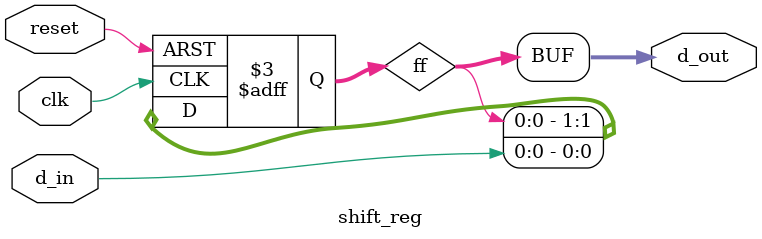
<source format=v>
module shift_reg(input clk, input d_in, input reset, output [1:0] d_out);

    reg [1:0] ff;

    assign d_out = ff;

    always @(posedge clk or posedge reset) begin
        if(reset==1'b1)
            ff = 2'b00;
        else
            ff = {ff[0], d_in};
    end

endmodule
</source>
